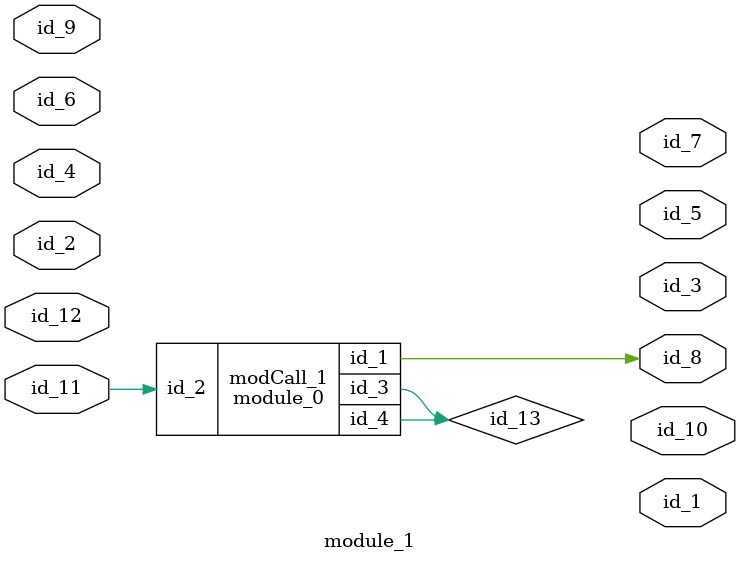
<source format=v>
module module_0 (
    id_1,
    id_2,
    id_3,
    id_4
);
  inout wire id_4;
  output wire id_3;
  input wire id_2;
  output wire id_1;
endmodule
module module_1 (
    id_1,
    id_2,
    id_3,
    id_4,
    id_5,
    id_6,
    id_7,
    id_8,
    id_9,
    id_10,
    id_11,
    id_12
);
  input wire id_12;
  input wire id_11;
  output wire id_10;
  input wire id_9;
  output wire id_8;
  output wire id_7;
  input wire id_6;
  output wire id_5;
  inout wire id_4;
  output wire id_3;
  inout wire id_2;
  output wire id_1;
  wire id_13;
  wire id_14;
  module_0 modCall_1 (
      id_8,
      id_11,
      id_13,
      id_13
  );
endmodule

</source>
